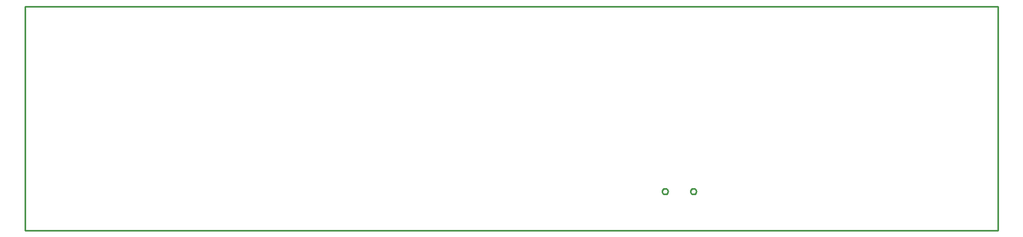
<source format=gbr>
G04 EAGLE Gerber RS-274X export*
G75*
%MOMM*%
%FSLAX34Y34*%
%LPD*%
%IN*%
%IPPOS*%
%AMOC8*
5,1,8,0,0,1.08239X$1,22.5*%
G01*
%ADD10C,0.254000*%


D10*
X0Y0D02*
X1511100Y0D01*
X1511100Y349250D01*
X0Y349250D01*
X0Y0D01*
X994295Y65460D02*
X994880Y65383D01*
X995450Y65230D01*
X995995Y65005D01*
X996505Y64710D01*
X996973Y64351D01*
X997391Y63933D01*
X997750Y63465D01*
X998045Y62955D01*
X998270Y62410D01*
X998423Y61840D01*
X998500Y61255D01*
X998500Y60665D01*
X998423Y60080D01*
X998270Y59510D01*
X998045Y58965D01*
X997750Y58455D01*
X997391Y57987D01*
X996973Y57569D01*
X996505Y57210D01*
X995995Y56915D01*
X995450Y56690D01*
X994880Y56537D01*
X994295Y56460D01*
X993705Y56460D01*
X993120Y56537D01*
X992550Y56690D01*
X992005Y56915D01*
X991495Y57210D01*
X991027Y57569D01*
X990609Y57987D01*
X990250Y58455D01*
X989955Y58965D01*
X989730Y59510D01*
X989577Y60080D01*
X989500Y60665D01*
X989500Y61255D01*
X989577Y61840D01*
X989730Y62410D01*
X989955Y62955D01*
X990250Y63465D01*
X990609Y63933D01*
X991027Y64351D01*
X991495Y64710D01*
X992005Y65005D01*
X992550Y65230D01*
X993120Y65383D01*
X993705Y65460D01*
X994295Y65460D01*
X1038295Y65460D02*
X1038880Y65383D01*
X1039450Y65230D01*
X1039995Y65005D01*
X1040505Y64710D01*
X1040973Y64351D01*
X1041391Y63933D01*
X1041750Y63465D01*
X1042045Y62955D01*
X1042270Y62410D01*
X1042423Y61840D01*
X1042500Y61255D01*
X1042500Y60665D01*
X1042423Y60080D01*
X1042270Y59510D01*
X1042045Y58965D01*
X1041750Y58455D01*
X1041391Y57987D01*
X1040973Y57569D01*
X1040505Y57210D01*
X1039995Y56915D01*
X1039450Y56690D01*
X1038880Y56537D01*
X1038295Y56460D01*
X1037705Y56460D01*
X1037120Y56537D01*
X1036550Y56690D01*
X1036005Y56915D01*
X1035495Y57210D01*
X1035027Y57569D01*
X1034609Y57987D01*
X1034250Y58455D01*
X1033955Y58965D01*
X1033730Y59510D01*
X1033577Y60080D01*
X1033500Y60665D01*
X1033500Y61255D01*
X1033577Y61840D01*
X1033730Y62410D01*
X1033955Y62955D01*
X1034250Y63465D01*
X1034609Y63933D01*
X1035027Y64351D01*
X1035495Y64710D01*
X1036005Y65005D01*
X1036550Y65230D01*
X1037120Y65383D01*
X1037705Y65460D01*
X1038295Y65460D01*
M02*

</source>
